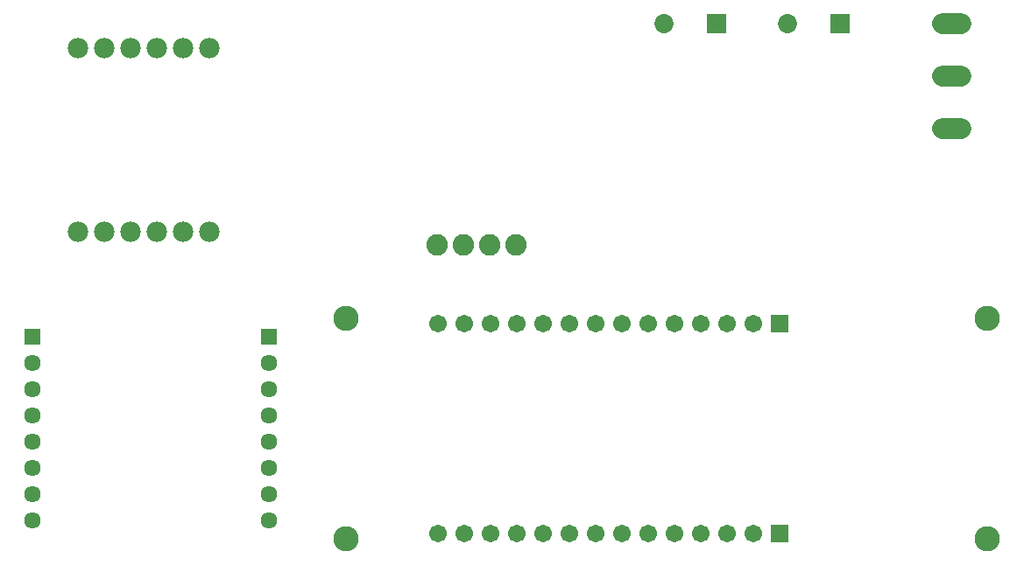
<source format=gbr>
G04 EAGLE Gerber RS-274X export*
G75*
%MOMM*%
%FSLAX34Y34*%
%LPD*%
%INSoldermask Top*%
%IPPOS*%
%AMOC8*
5,1,8,0,0,1.08239X$1,22.5*%
G01*
%ADD10C,2.082800*%
%ADD11C,1.981200*%
%ADD12C,2.453200*%
%ADD13R,1.711200X1.711200*%
%ADD14C,1.711200*%
%ADD15R,1.611200X1.611200*%
%ADD16C,1.611200*%
%ADD17R,1.853200X1.853200*%
%ADD18C,1.853200*%
%ADD19C,1.993900*%


D10*
X668540Y417960D03*
X693940Y417960D03*
X719340Y417960D03*
X744740Y417960D03*
D11*
X321040Y608460D03*
X346440Y608460D03*
X371840Y608460D03*
X397240Y608460D03*
X422640Y608460D03*
X448040Y608460D03*
X321040Y430660D03*
X346440Y430660D03*
X371840Y430660D03*
X397240Y430660D03*
X422640Y430660D03*
X448040Y430660D03*
D12*
X1199740Y346860D03*
X1199740Y133460D03*
X579940Y133460D03*
X579940Y346860D03*
D13*
X999314Y341506D03*
D14*
X973914Y341506D03*
X948514Y341506D03*
X923114Y341506D03*
X897714Y341506D03*
X872314Y341506D03*
X846914Y341506D03*
X821514Y341506D03*
X796114Y341506D03*
X770714Y341506D03*
X745314Y341506D03*
X719914Y341506D03*
X694514Y341506D03*
X669114Y341506D03*
D13*
X999314Y138814D03*
D14*
X973914Y138814D03*
X948514Y138814D03*
X923114Y138814D03*
X897714Y138814D03*
X872314Y138814D03*
X846914Y138814D03*
X821514Y138814D03*
X796114Y138814D03*
X770714Y138814D03*
X745314Y138814D03*
X719914Y138814D03*
X694514Y138814D03*
X669114Y138814D03*
D15*
X277540Y329060D03*
D16*
X277540Y303660D03*
X277540Y278260D03*
X277540Y252860D03*
X277540Y227460D03*
X277540Y202060D03*
X277540Y176660D03*
X277540Y151260D03*
D15*
X506140Y329060D03*
D16*
X506140Y303660D03*
X506140Y278260D03*
X506140Y252860D03*
X506140Y227460D03*
X506140Y202060D03*
X506140Y176660D03*
X506140Y151260D03*
D17*
X938530Y632460D03*
D18*
X887730Y632460D03*
D19*
X1156907Y530860D02*
X1174814Y530860D01*
X1174814Y581660D02*
X1156907Y581660D01*
X1156907Y632460D02*
X1174814Y632460D01*
D17*
X1057910Y632460D03*
D18*
X1007110Y632460D03*
M02*

</source>
